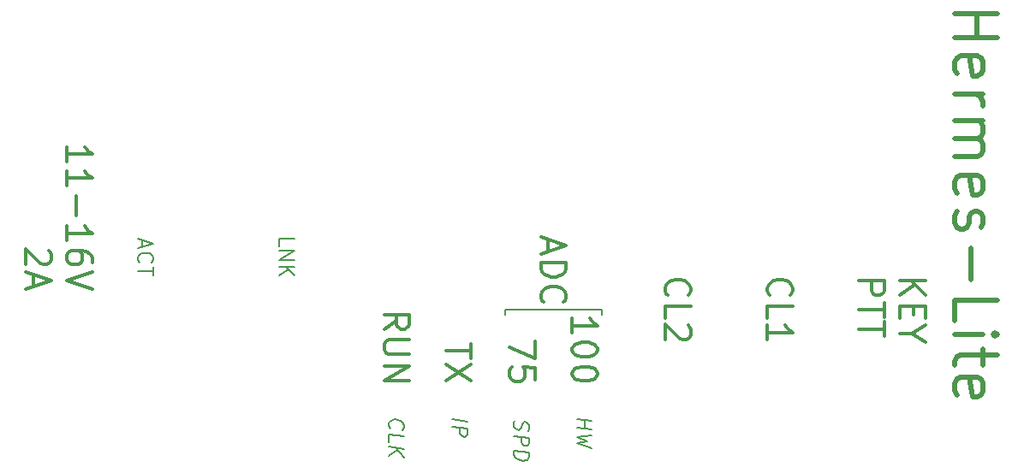
<source format=gto>
G04 #@! TF.GenerationSoftware,KiCad,Pcbnew,5.1.5-52549c5~84~ubuntu18.04.1*
G04 #@! TF.CreationDate,2020-03-18T22:44:17-07:00*
G04 #@! TF.ProjectId,endcap,656e6463-6170-42e6-9b69-6361645f7063,rev?*
G04 #@! TF.SameCoordinates,PX2faf080PY2faf080*
G04 #@! TF.FileFunction,Legend,Top*
G04 #@! TF.FilePolarity,Positive*
%FSLAX46Y46*%
G04 Gerber Fmt 4.6, Leading zero omitted, Abs format (unit mm)*
G04 Created by KiCad (PCBNEW 5.1.5-52549c5~84~ubuntu18.04.1) date 2020-03-18 22:44:17*
%MOMM*%
%LPD*%
G04 APERTURE LIST*
%ADD10C,0.300000*%
%ADD11C,0.200000*%
%ADD12C,0.500000*%
G04 APERTURE END LIST*
D10*
X58683333Y-30904761D02*
X58683333Y-32095238D01*
X57969047Y-30666666D02*
X60469047Y-31500000D01*
X57969047Y-32333333D01*
X57969047Y-33166666D02*
X60469047Y-33166666D01*
X60469047Y-33761904D01*
X60350000Y-34119047D01*
X60111904Y-34357142D01*
X59873809Y-34476190D01*
X59397619Y-34595238D01*
X59040476Y-34595238D01*
X58564285Y-34476190D01*
X58326190Y-34357142D01*
X58088095Y-34119047D01*
X57969047Y-33761904D01*
X57969047Y-33166666D01*
X58207142Y-37095238D02*
X58088095Y-36976190D01*
X57969047Y-36619047D01*
X57969047Y-36380952D01*
X58088095Y-36023809D01*
X58326190Y-35785714D01*
X58564285Y-35666666D01*
X59040476Y-35547619D01*
X59397619Y-35547619D01*
X59873809Y-35666666D01*
X60111904Y-35785714D01*
X60350000Y-36023809D01*
X60469047Y-36380952D01*
X60469047Y-36619047D01*
X60350000Y-36976190D01*
X60230952Y-37095238D01*
D11*
X64000000Y-37800000D02*
X64000000Y-38300000D01*
X54400000Y-37800000D02*
X54400000Y-38300000D01*
X64000000Y-37800000D02*
X54400000Y-37800000D01*
D10*
X70507142Y-36418809D02*
X70388095Y-36299761D01*
X70269047Y-35942619D01*
X70269047Y-35704523D01*
X70388095Y-35347380D01*
X70626190Y-35109285D01*
X70864285Y-34990238D01*
X71340476Y-34871190D01*
X71697619Y-34871190D01*
X72173809Y-34990238D01*
X72411904Y-35109285D01*
X72650000Y-35347380D01*
X72769047Y-35704523D01*
X72769047Y-35942619D01*
X72650000Y-36299761D01*
X72530952Y-36418809D01*
X70269047Y-38680714D02*
X70269047Y-37490238D01*
X72769047Y-37490238D01*
X72530952Y-39395000D02*
X72650000Y-39514047D01*
X72769047Y-39752142D01*
X72769047Y-40347380D01*
X72650000Y-40585476D01*
X72530952Y-40704523D01*
X72292857Y-40823571D01*
X72054761Y-40823571D01*
X71697619Y-40704523D01*
X70269047Y-39275952D01*
X70269047Y-40823571D01*
X80607142Y-36418809D02*
X80488095Y-36299761D01*
X80369047Y-35942619D01*
X80369047Y-35704523D01*
X80488095Y-35347380D01*
X80726190Y-35109285D01*
X80964285Y-34990238D01*
X81440476Y-34871190D01*
X81797619Y-34871190D01*
X82273809Y-34990238D01*
X82511904Y-35109285D01*
X82750000Y-35347380D01*
X82869047Y-35704523D01*
X82869047Y-35942619D01*
X82750000Y-36299761D01*
X82630952Y-36418809D01*
X80369047Y-38680714D02*
X80369047Y-37490238D01*
X82869047Y-37490238D01*
X80369047Y-40823571D02*
X80369047Y-39395000D01*
X80369047Y-40109285D02*
X82869047Y-40109285D01*
X82511904Y-39871190D01*
X82273809Y-39633095D01*
X82154761Y-39395000D01*
D11*
X32121428Y-31528571D02*
X32121428Y-30814285D01*
X33621428Y-30814285D01*
X32121428Y-32028571D02*
X33621428Y-32028571D01*
X32121428Y-32885714D01*
X33621428Y-32885714D01*
X32121428Y-33600000D02*
X33621428Y-33600000D01*
X32121428Y-34457142D02*
X32978571Y-33814285D01*
X33621428Y-34457142D02*
X32764285Y-33600000D01*
X18550000Y-30921428D02*
X18550000Y-31635714D01*
X18121428Y-30778571D02*
X19621428Y-31278571D01*
X18121428Y-31778571D01*
X18264285Y-33135714D02*
X18192857Y-33064285D01*
X18121428Y-32850000D01*
X18121428Y-32707142D01*
X18192857Y-32492857D01*
X18335714Y-32350000D01*
X18478571Y-32278571D01*
X18764285Y-32207142D01*
X18978571Y-32207142D01*
X19264285Y-32278571D01*
X19407142Y-32350000D01*
X19550000Y-32492857D01*
X19621428Y-32707142D01*
X19621428Y-32850000D01*
X19550000Y-33064285D01*
X19478571Y-33135714D01*
X19621428Y-33564285D02*
X19621428Y-34421428D01*
X18121428Y-33992857D02*
X19621428Y-33992857D01*
X61521428Y-48666339D02*
X63021428Y-48853839D01*
X62307142Y-48764553D02*
X62307142Y-49621696D01*
X61521428Y-49523482D02*
X63021428Y-49710982D01*
X63021428Y-50282410D02*
X61521428Y-50452053D01*
X62592857Y-50871696D01*
X61521428Y-51023482D01*
X63021428Y-51568125D01*
X55392857Y-48832410D02*
X55321428Y-49037767D01*
X55321428Y-49394910D01*
X55392857Y-49546696D01*
X55464285Y-49627053D01*
X55607142Y-49716339D01*
X55750000Y-49734196D01*
X55892857Y-49680625D01*
X55964285Y-49618125D01*
X56035714Y-49484196D01*
X56107142Y-49207410D01*
X56178571Y-49073482D01*
X56250000Y-49010982D01*
X56392857Y-48957410D01*
X56535714Y-48975267D01*
X56678571Y-49064553D01*
X56750000Y-49144910D01*
X56821428Y-49296696D01*
X56821428Y-49653839D01*
X56750000Y-49859196D01*
X55321428Y-50323482D02*
X56821428Y-50510982D01*
X56821428Y-51082410D01*
X56750000Y-51216339D01*
X56678571Y-51278839D01*
X56535714Y-51332410D01*
X56321428Y-51305625D01*
X56178571Y-51216339D01*
X56107142Y-51135982D01*
X56035714Y-50984196D01*
X56035714Y-50412767D01*
X55321428Y-51823482D02*
X56821428Y-52010982D01*
X56821428Y-52368125D01*
X56750000Y-52573482D01*
X56607142Y-52698482D01*
X56464285Y-52752053D01*
X56178571Y-52787767D01*
X55964285Y-52760982D01*
X55678571Y-52653839D01*
X55535714Y-52564553D01*
X55392857Y-52403839D01*
X55321428Y-52180625D01*
X55321428Y-51823482D01*
X49221428Y-48702053D02*
X50721428Y-48889553D01*
X49221428Y-49416339D02*
X50721428Y-49603839D01*
X50721428Y-50175267D01*
X50650000Y-50309196D01*
X50578571Y-50371696D01*
X50435714Y-50425267D01*
X50221428Y-50398482D01*
X50078571Y-50309196D01*
X50007142Y-50228839D01*
X49935714Y-50077053D01*
X49935714Y-49505625D01*
X43064285Y-49577053D02*
X42992857Y-49496696D01*
X42921428Y-49273482D01*
X42921428Y-49130625D01*
X42992857Y-48925267D01*
X43135714Y-48800267D01*
X43278571Y-48746696D01*
X43564285Y-48710982D01*
X43778571Y-48737767D01*
X44064285Y-48844910D01*
X44207142Y-48934196D01*
X44350000Y-49094910D01*
X44421428Y-49318125D01*
X44421428Y-49460982D01*
X44350000Y-49666339D01*
X44278571Y-49728839D01*
X42921428Y-50916339D02*
X42921428Y-50202053D01*
X44421428Y-50389553D01*
X42921428Y-51416339D02*
X44421428Y-51603839D01*
X42921428Y-52273482D02*
X43778571Y-51737767D01*
X44421428Y-52460982D02*
X43564285Y-51496696D01*
D10*
X42469047Y-39754761D02*
X43659523Y-38921428D01*
X42469047Y-38326190D02*
X44969047Y-38326190D01*
X44969047Y-39278571D01*
X44850000Y-39516666D01*
X44730952Y-39635714D01*
X44492857Y-39754761D01*
X44135714Y-39754761D01*
X43897619Y-39635714D01*
X43778571Y-39516666D01*
X43659523Y-39278571D01*
X43659523Y-38326190D01*
X44969047Y-40826190D02*
X42945238Y-40826190D01*
X42707142Y-40945238D01*
X42588095Y-41064285D01*
X42469047Y-41302380D01*
X42469047Y-41778571D01*
X42588095Y-42016666D01*
X42707142Y-42135714D01*
X42945238Y-42254761D01*
X44969047Y-42254761D01*
X42469047Y-43445238D02*
X44969047Y-43445238D01*
X42469047Y-44873809D01*
X44969047Y-44873809D01*
X51069047Y-41195238D02*
X51069047Y-42623809D01*
X48569047Y-41909523D02*
X51069047Y-41909523D01*
X51069047Y-43219047D02*
X48569047Y-44885714D01*
X51069047Y-44885714D02*
X48569047Y-43219047D01*
X61069047Y-40133333D02*
X61069047Y-38704761D01*
X61069047Y-39419047D02*
X63569047Y-39419047D01*
X63211904Y-39180952D01*
X62973809Y-38942857D01*
X62854761Y-38704761D01*
X63569047Y-41680952D02*
X63569047Y-41919047D01*
X63450000Y-42157142D01*
X63330952Y-42276190D01*
X63092857Y-42395238D01*
X62616666Y-42514285D01*
X62021428Y-42514285D01*
X61545238Y-42395238D01*
X61307142Y-42276190D01*
X61188095Y-42157142D01*
X61069047Y-41919047D01*
X61069047Y-41680952D01*
X61188095Y-41442857D01*
X61307142Y-41323809D01*
X61545238Y-41204761D01*
X62021428Y-41085714D01*
X62616666Y-41085714D01*
X63092857Y-41204761D01*
X63330952Y-41323809D01*
X63450000Y-41442857D01*
X63569047Y-41680952D01*
X63569047Y-44061904D02*
X63569047Y-44300000D01*
X63450000Y-44538095D01*
X63330952Y-44657142D01*
X63092857Y-44776190D01*
X62616666Y-44895238D01*
X62021428Y-44895238D01*
X61545238Y-44776190D01*
X61307142Y-44657142D01*
X61188095Y-44538095D01*
X61069047Y-44300000D01*
X61069047Y-44061904D01*
X61188095Y-43823809D01*
X61307142Y-43704761D01*
X61545238Y-43585714D01*
X62021428Y-43466666D01*
X62616666Y-43466666D01*
X63092857Y-43585714D01*
X63330952Y-43704761D01*
X63450000Y-43823809D01*
X63569047Y-44061904D01*
X57369047Y-40976190D02*
X57369047Y-42642857D01*
X54869047Y-41571428D01*
X57369047Y-44785714D02*
X57369047Y-43595238D01*
X56178571Y-43476190D01*
X56297619Y-43595238D01*
X56416666Y-43833333D01*
X56416666Y-44428571D01*
X56297619Y-44666666D01*
X56178571Y-44785714D01*
X55940476Y-44904761D01*
X55345238Y-44904761D01*
X55107142Y-44785714D01*
X54988095Y-44666666D01*
X54869047Y-44428571D01*
X54869047Y-43833333D01*
X54988095Y-43595238D01*
X55107142Y-43476190D01*
X11094047Y-23147857D02*
X11094047Y-21719285D01*
X11094047Y-22433571D02*
X13594047Y-22433571D01*
X13236904Y-22195476D01*
X12998809Y-21957380D01*
X12879761Y-21719285D01*
X11094047Y-25528809D02*
X11094047Y-24100238D01*
X11094047Y-24814523D02*
X13594047Y-24814523D01*
X13236904Y-24576428D01*
X12998809Y-24338333D01*
X12879761Y-24100238D01*
X12046428Y-26600238D02*
X12046428Y-28505000D01*
X11094047Y-31005000D02*
X11094047Y-29576428D01*
X11094047Y-30290714D02*
X13594047Y-30290714D01*
X13236904Y-30052619D01*
X12998809Y-29814523D01*
X12879761Y-29576428D01*
X13594047Y-33147857D02*
X13594047Y-32671666D01*
X13475000Y-32433571D01*
X13355952Y-32314523D01*
X12998809Y-32076428D01*
X12522619Y-31957380D01*
X11570238Y-31957380D01*
X11332142Y-32076428D01*
X11213095Y-32195476D01*
X11094047Y-32433571D01*
X11094047Y-32909761D01*
X11213095Y-33147857D01*
X11332142Y-33266904D01*
X11570238Y-33385952D01*
X12165476Y-33385952D01*
X12403571Y-33266904D01*
X12522619Y-33147857D01*
X12641666Y-32909761D01*
X12641666Y-32433571D01*
X12522619Y-32195476D01*
X12403571Y-32076428D01*
X12165476Y-31957380D01*
X13594047Y-34100238D02*
X11094047Y-34933571D01*
X13594047Y-35766904D01*
X9305952Y-31957380D02*
X9425000Y-32076428D01*
X9544047Y-32314523D01*
X9544047Y-32909761D01*
X9425000Y-33147857D01*
X9305952Y-33266904D01*
X9067857Y-33385952D01*
X8829761Y-33385952D01*
X8472619Y-33266904D01*
X7044047Y-31838333D01*
X7044047Y-33385952D01*
X7758333Y-34338333D02*
X7758333Y-35528809D01*
X7044047Y-34100238D02*
X9544047Y-34933571D01*
X7044047Y-35766904D01*
X93494047Y-34990238D02*
X95994047Y-34990238D01*
X93494047Y-36418809D02*
X94922619Y-35347380D01*
X95994047Y-36418809D02*
X94565476Y-34990238D01*
X94803571Y-37490238D02*
X94803571Y-38323571D01*
X93494047Y-38680714D02*
X93494047Y-37490238D01*
X95994047Y-37490238D01*
X95994047Y-38680714D01*
X94684523Y-40228333D02*
X93494047Y-40228333D01*
X95994047Y-39395000D02*
X94684523Y-40228333D01*
X95994047Y-41061666D01*
X89444047Y-34990238D02*
X91944047Y-34990238D01*
X91944047Y-35942619D01*
X91825000Y-36180714D01*
X91705952Y-36299761D01*
X91467857Y-36418809D01*
X91110714Y-36418809D01*
X90872619Y-36299761D01*
X90753571Y-36180714D01*
X90634523Y-35942619D01*
X90634523Y-34990238D01*
X91944047Y-37133095D02*
X91944047Y-38561666D01*
X89444047Y-37847380D02*
X91944047Y-37847380D01*
X91944047Y-39037857D02*
X91944047Y-40466428D01*
X89444047Y-39752142D02*
X91944047Y-39752142D01*
D12*
X98900000Y-8500000D02*
X103100000Y-8500000D01*
X101100000Y-8500000D02*
X101100000Y-10900000D01*
X98900000Y-10900000D02*
X103100000Y-10900000D01*
X99100000Y-14500000D02*
X98900000Y-14100000D01*
X98900000Y-13300000D01*
X99100000Y-12900000D01*
X99500000Y-12700000D01*
X101100000Y-12700000D01*
X101500000Y-12900000D01*
X101700000Y-13300000D01*
X101700000Y-14100000D01*
X101500000Y-14500000D01*
X101100000Y-14700000D01*
X100700000Y-14700000D01*
X100300000Y-12700000D01*
X98900000Y-16500000D02*
X101700000Y-16500000D01*
X100900000Y-16500000D02*
X101300000Y-16700000D01*
X101500000Y-16900000D01*
X101700000Y-17300000D01*
X101700000Y-17700000D01*
X98900000Y-19100000D02*
X101700000Y-19100000D01*
X101300000Y-19100000D02*
X101500000Y-19300000D01*
X101700000Y-19700000D01*
X101700000Y-20300000D01*
X101500000Y-20700000D01*
X101100000Y-20900000D01*
X98900000Y-20900000D01*
X101100000Y-20900000D02*
X101500000Y-21100000D01*
X101700000Y-21500000D01*
X101700000Y-22100000D01*
X101500000Y-22500000D01*
X101100000Y-22700000D01*
X98900000Y-22700000D01*
X99100000Y-26300000D02*
X98900000Y-25900000D01*
X98900000Y-25100000D01*
X99100000Y-24700000D01*
X99500000Y-24500000D01*
X101100000Y-24500000D01*
X101500000Y-24700000D01*
X101700000Y-25100000D01*
X101700000Y-25900000D01*
X101500000Y-26300000D01*
X101100000Y-26500000D01*
X100700000Y-26500000D01*
X100300000Y-24500000D01*
X99100000Y-28100000D02*
X98900000Y-28500000D01*
X98900000Y-29300000D01*
X99100000Y-29700000D01*
X99500000Y-29900000D01*
X99700000Y-29900000D01*
X100100000Y-29700000D01*
X100300000Y-29300000D01*
X100300000Y-28700000D01*
X100500000Y-28300000D01*
X100900000Y-28100000D01*
X101100000Y-28100000D01*
X101500000Y-28300000D01*
X101700000Y-28700000D01*
X101700000Y-29300000D01*
X101500000Y-29700000D01*
X100500000Y-31700000D02*
X100500000Y-34900000D01*
X98900000Y-38900000D02*
X98900000Y-36900000D01*
X103100000Y-36900000D01*
X98900000Y-40300000D02*
X101700000Y-40300000D01*
X103100000Y-40300000D02*
X102900000Y-40100000D01*
X102700000Y-40300000D01*
X102900000Y-40500000D01*
X103100000Y-40300000D01*
X102700000Y-40300000D01*
X101700000Y-41700000D02*
X101700000Y-43300000D01*
X103100000Y-42300000D02*
X99500000Y-42300000D01*
X99100000Y-42500000D01*
X98900000Y-42900000D01*
X98900000Y-43300000D01*
X99100000Y-46300000D02*
X98900000Y-45900000D01*
X98900000Y-45100000D01*
X99100000Y-44700000D01*
X99500000Y-44500000D01*
X101100000Y-44500000D01*
X101500000Y-44700000D01*
X101700000Y-45100000D01*
X101700000Y-45900000D01*
X101500000Y-46300000D01*
X101100000Y-46500000D01*
X100700000Y-46500000D01*
X100300000Y-44500000D01*
M02*

</source>
